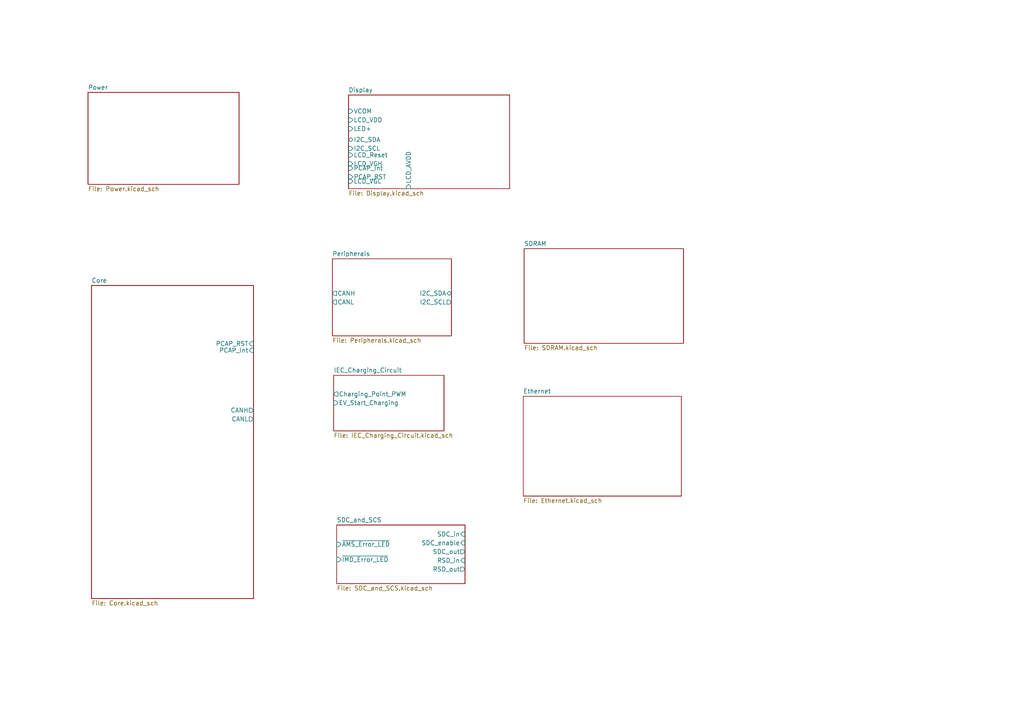
<source format=kicad_sch>
(kicad_sch
	(version 20231120)
	(generator "eeschema")
	(generator_version "8.0")
	(uuid "0dca9b66-f638-4727-874b-1b91b6921c17")
	(paper "A4")
	(lib_symbols)
	(text "TODO:\n1. Vref Spannung\n2. Vcap?\n3. Ferrite bead dimensionierung\n4. REFCLK0 pull-up?\n5. 5.6.3 ~{RST}\n6. series termination calculation\n7. Riverdi compatibility\n8. ethernet ~{RST} discharge?\n\n"
		(exclude_from_sim no)
		(at 31.115 221.615 0)
		(effects
			(font
				(size 1.27 1.27)
			)
			(justify left)
		)
		(uuid "b77f9553-b64d-4a04-bcaa-eb156863248b")
	)
	(sheet
		(at 152.019 72.136)
		(size 46.228 27.432)
		(fields_autoplaced yes)
		(stroke
			(width 0.1524)
			(type solid)
		)
		(fill
			(color 0 0 0 0.0000)
		)
		(uuid "128393d2-6dd9-44f0-979c-682ff9f03572")
		(property "Sheetname" "SDRAM"
			(at 152.019 71.4244 0)
			(effects
				(font
					(size 1.27 1.27)
				)
				(justify left bottom)
			)
		)
		(property "Sheetfile" "SDRAM.kicad_sch"
			(at 152.019 100.1526 0)
			(effects
				(font
					(size 1.27 1.27)
				)
				(justify left top)
			)
		)
		(instances
			(project "FT25-Charger"
				(path "/0dca9b66-f638-4727-874b-1b91b6921c17"
					(page "9")
				)
			)
		)
	)
	(sheet
		(at 101.092 27.559)
		(size 46.736 27.178)
		(fields_autoplaced yes)
		(stroke
			(width 0.1524)
			(type solid)
		)
		(fill
			(color 0 0 0 0.0000)
		)
		(uuid "34256820-5635-4c85-a70b-596b3ee01bd0")
		(property "Sheetname" "Display"
			(at 101.092 26.8474 0)
			(effects
				(font
					(size 1.27 1.27)
				)
				(justify left bottom)
			)
		)
		(property "Sheetfile" "Display.kicad_sch"
			(at 101.092 55.3216 0)
			(effects
				(font
					(size 1.27 1.27)
				)
				(justify left top)
			)
		)
		(property "Field2" ""
			(at 101.092 27.559 0)
			(effects
				(font
					(size 1.27 1.27)
				)
				(hide yes)
			)
		)
		(pin "VCOM" input
			(at 101.092 32.258 180)
			(effects
				(font
					(size 1.27 1.27)
				)
				(justify left)
			)
			(uuid "3816bc7e-ee37-4195-854a-ef6440631568")
		)
		(pin "LCD_VDD" input
			(at 101.092 34.798 180)
			(effects
				(font
					(size 1.27 1.27)
				)
				(justify left)
			)
			(uuid "833577a5-95dc-4c3f-9b0a-2b6806adc8ae")
		)
		(pin "LED+" input
			(at 101.092 37.338 180)
			(effects
				(font
					(size 1.27 1.27)
				)
				(justify left)
			)
			(uuid "5bec4186-7cff-4de9-87d8-239b46e1f0de")
		)
		(pin "I2C_SCL" input
			(at 101.092 43.053 180)
			(effects
				(font
					(size 1.27 1.27)
				)
				(justify left)
			)
			(uuid "f4c38e29-beea-44cb-a561-64f5a9911c76")
		)
		(pin "PCAP_Int" input
			(at 101.092 48.768 180)
			(effects
				(font
					(size 1.27 1.27)
				)
				(justify left)
			)
			(uuid "62b05ffa-2d66-4e71-9358-b43a1080656d")
		)
		(pin "I2C_SDA" bidirectional
			(at 101.092 40.513 180)
			(effects
				(font
					(size 1.27 1.27)
				)
				(justify left)
			)
			(uuid "b126d798-02d8-4942-b520-01e739e24e0a")
		)
		(pin "PCAP_RST" input
			(at 101.092 51.308 180)
			(effects
				(font
					(size 1.27 1.27)
				)
				(justify left)
			)
			(uuid "20210132-3e45-49eb-a1f2-812fa35e183e")
		)
		(pin "LCD_VGH" input
			(at 101.092 47.498 180)
			(effects
				(font
					(size 1.27 1.27)
				)
				(justify left)
			)
			(uuid "9a2964f7-dcb3-435b-8dcf-65450fec93a9")
		)
		(pin "LCD_VGL" input
			(at 101.092 52.578 180)
			(effects
				(font
					(size 1.27 1.27)
				)
				(justify left)
			)
			(uuid "b49a99ac-0f56-4aeb-91e1-d7644aa1a90c")
		)
		(pin "LCD_AVDD" input
			(at 118.491 54.737 270)
			(effects
				(font
					(size 1.27 1.27)
				)
				(justify left)
			)
			(uuid "61e5f3b9-926b-4d1e-820d-2bd639b67b0d")
		)
		(pin "LCD_Reset" input
			(at 101.092 44.958 180)
			(effects
				(font
					(size 1.27 1.27)
				)
				(justify left)
			)
			(uuid "fbf4a5ae-f8cf-4900-8590-f1eac8b3cee6")
		)
		(instances
			(project "FT25-Charger"
				(path "/0dca9b66-f638-4727-874b-1b91b6921c17"
					(page "9")
				)
			)
		)
	)
	(sheet
		(at 26.543 82.804)
		(size 46.99 90.805)
		(fields_autoplaced yes)
		(stroke
			(width 0.1524)
			(type solid)
		)
		(fill
			(color 0 0 0 0.0000)
		)
		(uuid "486f4a0e-b8d5-42cd-a726-c7aa5b0383fd")
		(property "Sheetname" "Core"
			(at 26.543 82.0924 0)
			(effects
				(font
					(size 1.27 1.27)
				)
				(justify left bottom)
			)
		)
		(property "Sheetfile" "Core.kicad_sch"
			(at 26.543 174.1936 0)
			(effects
				(font
					(size 1.27 1.27)
				)
				(justify left top)
			)
		)
		(pin "PCAP_RST" input
			(at 73.533 99.695 0)
			(effects
				(font
					(size 1.27 1.27)
				)
				(justify right)
			)
			(uuid "e3e18945-5024-4afa-9e6f-aa2e6a66cfd9")
		)
		(pin "PCAP_Int" input
			(at 73.533 101.6 0)
			(effects
				(font
					(size 1.27 1.27)
				)
				(justify right)
			)
			(uuid "4fa40e5f-480b-449b-b67c-c814866b6a63")
		)
		(pin "CANH" output
			(at 73.533 118.999 0)
			(effects
				(font
					(size 1.27 1.27)
				)
				(justify right)
			)
			(uuid "ba745a4d-2cfb-45af-9f1b-6faa6f0aa196")
		)
		(pin "CANL" output
			(at 73.533 121.539 0)
			(effects
				(font
					(size 1.27 1.27)
				)
				(justify right)
			)
			(uuid "4e93f07a-4621-403e-b26f-1cdd4043fdb1")
		)
		(instances
			(project "FT25-Charger"
				(path "/0dca9b66-f638-4727-874b-1b91b6921c17"
					(page "4")
				)
			)
		)
	)
	(sheet
		(at 151.765 114.935)
		(size 45.847 28.956)
		(fields_autoplaced yes)
		(stroke
			(width 0.1524)
			(type solid)
		)
		(fill
			(color 0 0 0 0.0000)
		)
		(uuid "5469580a-3180-4bfd-8660-e5a4628a92d9")
		(property "Sheetname" "Ethernet"
			(at 151.765 114.2234 0)
			(effects
				(font
					(size 1.27 1.27)
				)
				(justify left bottom)
			)
		)
		(property "Sheetfile" "Ethernet.kicad_sch"
			(at 151.765 144.4756 0)
			(effects
				(font
					(size 1.27 1.27)
				)
				(justify left top)
			)
		)
		(instances
			(project "FT25-Charger"
				(path "/0dca9b66-f638-4727-874b-1b91b6921c17"
					(page "4")
				)
			)
		)
	)
	(sheet
		(at 97.663 152.273)
		(size 37.211 17.018)
		(fields_autoplaced yes)
		(stroke
			(width 0.1524)
			(type solid)
		)
		(fill
			(color 0 0 0 0.0000)
		)
		(uuid "75c94037-2217-4879-97cf-1bc2976ef0dc")
		(property "Sheetname" "SDC_and_SCS"
			(at 97.663 151.5614 0)
			(effects
				(font
					(size 1.27 1.27)
				)
				(justify left bottom)
			)
		)
		(property "Sheetfile" "SDC_and_SCS.kicad_sch"
			(at 97.663 169.8756 0)
			(effects
				(font
					(size 1.27 1.27)
				)
				(justify left top)
			)
		)
		(property "Field2" ""
			(at 97.663 152.273 0)
			(effects
				(font
					(size 1.27 1.27)
				)
				(hide yes)
			)
		)
		(pin "SDC_in" input
			(at 134.874 154.94 0)
			(effects
				(font
					(size 1.27 1.27)
				)
				(justify right)
			)
			(uuid "04ebd55d-95c6-40a7-bd7e-7fdb889bd6b9")
		)
		(pin "SDC_enable" input
			(at 134.874 157.48 0)
			(effects
				(font
					(size 1.27 1.27)
				)
				(justify right)
			)
			(uuid "9b56bde4-dd6a-456b-9aab-d018fbc19af3")
		)
		(pin "SDC_out" output
			(at 134.874 160.02 0)
			(effects
				(font
					(size 1.27 1.27)
				)
				(justify right)
			)
			(uuid "182b54b5-1a18-485c-b783-1888c5c5a4bf")
		)
		(pin "RSD_in" input
			(at 134.874 162.56 0)
			(effects
				(font
					(size 1.27 1.27)
				)
				(justify right)
			)
			(uuid "5eaca506-60a5-43b2-9593-f944664f2aa8")
		)
		(pin "RSD_out" output
			(at 134.874 165.1 0)
			(effects
				(font
					(size 1.27 1.27)
				)
				(justify right)
			)
			(uuid "f33e1850-bf63-4f33-ad08-c7af751775ea")
		)
		(pin "~{IMD_Error_LED}" input
			(at 97.663 162.306 180)
			(effects
				(font
					(size 1.27 1.27)
				)
				(justify left)
			)
			(uuid "efb58820-83bc-424b-95f3-2fb058914d3e")
		)
		(pin "~{AMS_Error_LED}" input
			(at 97.663 157.861 180)
			(effects
				(font
					(size 1.27 1.27)
				)
				(justify left)
			)
			(uuid "a159e626-fcc3-4e1f-909e-a5917b863ccb")
		)
		(instances
			(project "FT25-Charger"
				(path "/0dca9b66-f638-4727-874b-1b91b6921c17"
					(page "7")
				)
			)
		)
	)
	(sheet
		(at 96.393 75.057)
		(size 34.544 22.352)
		(fields_autoplaced yes)
		(stroke
			(width 0.1524)
			(type solid)
		)
		(fill
			(color 0 0 0 0.0000)
		)
		(uuid "80927836-8e39-47ea-8430-ab9d018fcb5d")
		(property "Sheetname" "Peripherals"
			(at 96.393 74.3454 0)
			(effects
				(font
					(size 1.27 1.27)
				)
				(justify left bottom)
			)
		)
		(property "Sheetfile" "Peripherals.kicad_sch"
			(at 96.393 97.9936 0)
			(effects
				(font
					(size 1.27 1.27)
				)
				(justify left top)
			)
		)
		(property "Field2" ""
			(at 96.393 75.057 0)
			(effects
				(font
					(size 1.27 1.27)
				)
				(hide yes)
			)
		)
		(pin "CANL" output
			(at 96.393 87.63 180)
			(effects
				(font
					(size 1.27 1.27)
				)
				(justify left)
			)
			(uuid "594eae58-b3ae-495d-a6f8-492ba17e0522")
		)
		(pin "I2C_SDA" bidirectional
			(at 130.937 85.09 0)
			(effects
				(font
					(size 1.27 1.27)
				)
				(justify right)
			)
			(uuid "e1a21df7-7d3f-45fa-b65a-8b054068756f")
		)
		(pin "I2C_SCL" output
			(at 130.937 87.63 0)
			(effects
				(font
					(size 1.27 1.27)
				)
				(justify right)
			)
			(uuid "dd32d4ab-dc8a-451d-b1e5-8d92fc8fc43e")
		)
		(pin "CANH" output
			(at 96.393 85.09 180)
			(effects
				(font
					(size 1.27 1.27)
				)
				(justify left)
			)
			(uuid "27e51e44-3361-47de-b3d3-8491ec931bf7")
		)
		(instances
			(project "FT25-Charger"
				(path "/0dca9b66-f638-4727-874b-1b91b6921c17"
					(page "10")
				)
			)
		)
	)
	(sheet
		(at 96.774 108.839)
		(size 32.004 16.129)
		(fields_autoplaced yes)
		(stroke
			(width 0.1524)
			(type solid)
		)
		(fill
			(color 0 0 0 0.0000)
		)
		(uuid "821f8254-7e97-454c-9aee-86b4ab099a85")
		(property "Sheetname" "IEC_Charging_Circuit"
			(at 96.774 108.1274 0)
			(effects
				(font
					(size 1.27 1.27)
				)
				(justify left bottom)
			)
		)
		(property "Sheetfile" "IEC_Charging_Circuit.kicad_sch"
			(at 96.774 125.5526 0)
			(effects
				(font
					(size 1.27 1.27)
				)
				(justify left top)
			)
		)
		(property "Field2" ""
			(at 96.774 108.839 0)
			(effects
				(font
					(size 1.27 1.27)
				)
				(hide yes)
			)
		)
		(pin "Charging_Point_PWM" output
			(at 96.774 114.3 180)
			(effects
				(font
					(size 1.27 1.27)
				)
				(justify left)
			)
			(uuid "2af6d41f-5d0e-41ad-99d0-1e60204cd27a")
		)
		(pin "EV_Start_Charging" input
			(at 96.774 116.84 180)
			(effects
				(font
					(size 1.27 1.27)
				)
				(justify left)
			)
			(uuid "b48fa48c-d674-409b-9ecd-d2e98dbc2adb")
		)
		(instances
			(project "FT25-Charger"
				(path "/0dca9b66-f638-4727-874b-1b91b6921c17"
					(page "6")
				)
			)
		)
	)
	(sheet
		(at 25.527 26.797)
		(size 43.815 26.67)
		(fields_autoplaced yes)
		(stroke
			(width 0.1524)
			(type solid)
		)
		(fill
			(color 0 0 0 0.0000)
		)
		(uuid "91c9895f-7dce-429f-866f-2980d966c967")
		(property "Sheetname" "Power"
			(at 25.527 26.0854 0)
			(effects
				(font
					(size 1.27 1.27)
				)
				(justify left bottom)
			)
		)
		(property "Sheetfile" "Power.kicad_sch"
			(at 25.527 54.0516 0)
			(effects
				(font
					(size 1.27 1.27)
				)
				(justify left top)
			)
		)
		(instances
			(project "FT25-Charger"
				(path "/0dca9b66-f638-4727-874b-1b91b6921c17"
					(page "3")
				)
			)
		)
	)
	(sheet_instances
		(path "/"
			(page "1")
		)
	)
)

</source>
